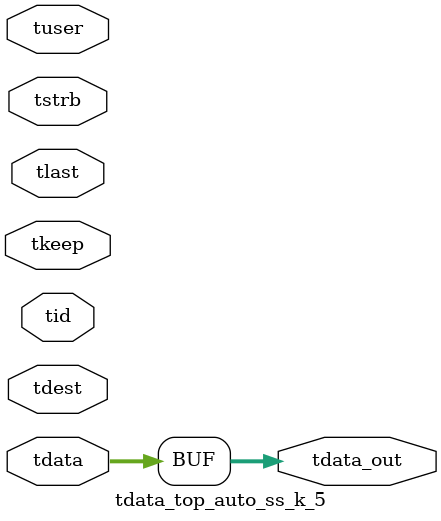
<source format=v>


`timescale 1ps/1ps

module tdata_top_auto_ss_k_5 #
(
parameter C_S_AXIS_TDATA_WIDTH = 32,
parameter C_S_AXIS_TUSER_WIDTH = 0,
parameter C_S_AXIS_TID_WIDTH   = 0,
parameter C_S_AXIS_TDEST_WIDTH = 0,
parameter C_M_AXIS_TDATA_WIDTH = 32
)
(
input  [(C_S_AXIS_TDATA_WIDTH == 0 ? 1 : C_S_AXIS_TDATA_WIDTH)-1:0     ] tdata,
input  [(C_S_AXIS_TUSER_WIDTH == 0 ? 1 : C_S_AXIS_TUSER_WIDTH)-1:0     ] tuser,
input  [(C_S_AXIS_TID_WIDTH   == 0 ? 1 : C_S_AXIS_TID_WIDTH)-1:0       ] tid,
input  [(C_S_AXIS_TDEST_WIDTH == 0 ? 1 : C_S_AXIS_TDEST_WIDTH)-1:0     ] tdest,
input  [(C_S_AXIS_TDATA_WIDTH/8)-1:0 ] tkeep,
input  [(C_S_AXIS_TDATA_WIDTH/8)-1:0 ] tstrb,
input                                                                    tlast,
output [C_M_AXIS_TDATA_WIDTH-1:0] tdata_out
);

assign tdata_out = {tdata[31:0]};

endmodule


</source>
